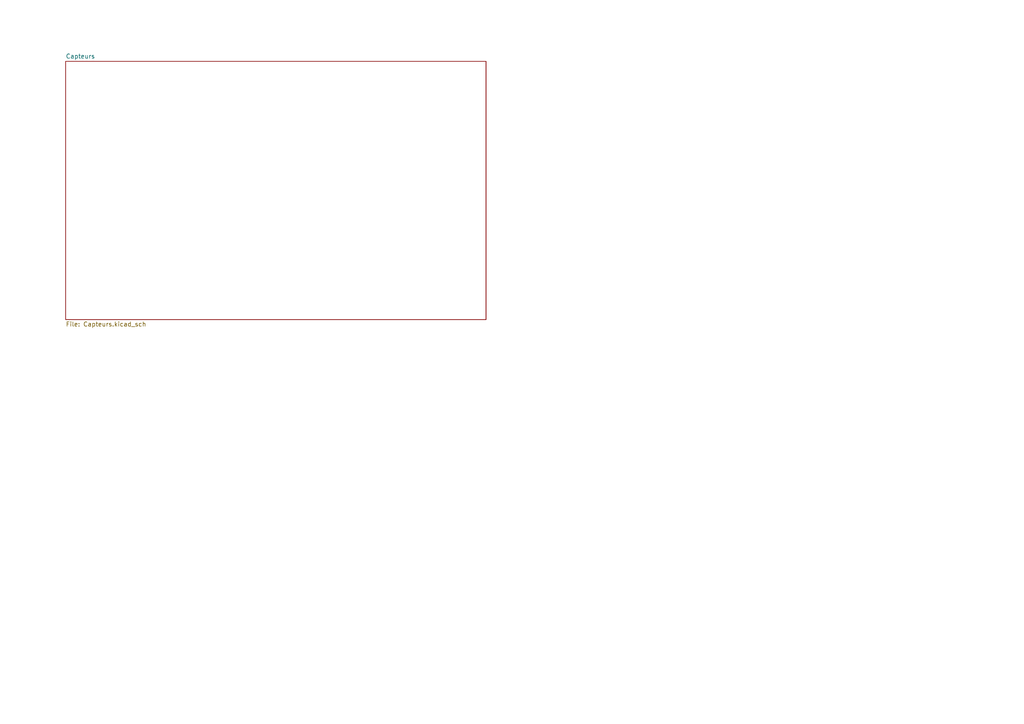
<source format=kicad_sch>
(kicad_sch (version 20230121) (generator eeschema)
  (paper "A4")
  (lib_symbols)
  (sheet (at 19.05 17.78) (size 121.92 74.93) (stroke (width 0.1524))
    (property "Sheetname" "Capteurs" (at 19.05 17.0684 0) (effects (justify left bottom)))
    (property "Sheetfile" "Capteurs.kicad_sch" (at 19.05 93.2946 0) (effects (justify left top)))
  )
)
</source>
